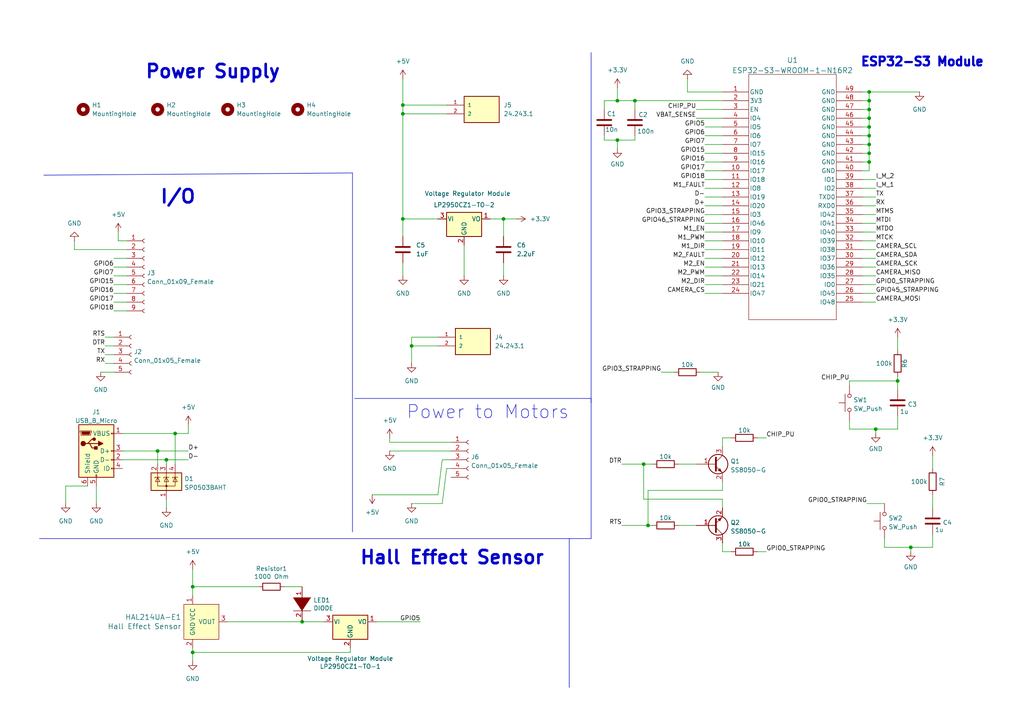
<source format=kicad_sch>
(kicad_sch (version 20231120) (generator "eeschema") (generator_version "8.0")
  (paper "A4")
  (lib_symbols
    (symbol "24.243.1:24.243.1" (pin_names (offset 1.016))
      (property "Reference" "J" (at 16.51 7.62 0))
      (property "Value" "24.243.1" (at 16.51 5.08 0))
      (symbol "24.243.1_0_0"
        (rectangle (start 5.08 -5.08) (end 15.24 2.54) (stroke (width 0.254)) (fill (type background)))
        (pin bidirectional line (at 0 0 0) (length 5.08) (name "1") (number "1"))
        (pin bidirectional line (at 0 -2.54 0) (length 5.08) (name "2") (number "2"))
      )
    )
    (symbol "Connector:Conn_01x05_Female" (pin_names (offset 1.016) hide)
      (property "Reference" "J" (at 0 7.62 0))
      (property "Value" "Conn_01x05_Female" (at 0 -7.62 0))
      (symbol "Conn_01x05_Female_1_1"
        (arc (start 0 -4.572) (mid -0.5058 -5.08) (end 0 -5.588) (stroke (width 0.1524)))
        (arc (start 0 -2.032) (mid -0.5058 -2.54) (end 0 -3.048) (stroke (width 0.1524)))
        (polyline (pts (xy -1.27 -5.08) (xy -0.508 -5.08)) (stroke (width 0.1524)))
        (polyline (pts (xy -1.27 -2.54) (xy -0.508 -2.54)) (stroke (width 0.1524)))
        (polyline (pts (xy -1.27 0) (xy -0.508 0)) (stroke (width 0.1524)))
        (polyline (pts (xy -1.27 2.54) (xy -0.508 2.54)) (stroke (width 0.1524)))
        (polyline (pts (xy -1.27 5.08) (xy -0.508 5.08)) (stroke (width 0.1524)))
        (arc (start 0 0.508) (mid -0.5058 0) (end 0 -0.508) (stroke (width 0.1524)))
        (arc (start 0 3.048) (mid -0.5058 2.54) (end 0 2.032) (stroke (width 0.1524)))
        (arc (start 0 5.588) (mid -0.5058 5.08) (end 0 4.572) (stroke (width 0.1524)))
        (pin passive line (at -5.08 5.08 0) (length 3.81) (name "Pin_1") (number "1"))
        (pin passive line (at -5.08 2.54 0) (length 3.81) (name "Pin_2") (number "2"))
        (pin passive line (at -5.08 0 0) (length 3.81) (name "Pin_3") (number "3"))
        (pin passive line (at -5.08 -2.54 0) (length 3.81) (name "Pin_4") (number "4"))
        (pin passive line (at -5.08 -5.08 0) (length 3.81) (name "Pin_5") (number "5"))
      )
    )
    (symbol "Connector:Conn_01x09_Female" (pin_names (offset 1.016) hide)
      (property "Reference" "J" (at 0 12.7 0))
      (property "Value" "Conn_01x09_Female" (at 0 -12.7 0))
      (symbol "Conn_01x09_Female_1_1"
        (arc (start 0 -9.652) (mid -0.5058 -10.16) (end 0 -10.668) (stroke (width 0.1524)))
        (arc (start 0 -7.112) (mid -0.5058 -7.62) (end 0 -8.128) (stroke (width 0.1524)))
        (arc (start 0 -4.572) (mid -0.5058 -5.08) (end 0 -5.588) (stroke (width 0.1524)))
        (arc (start 0 -2.032) (mid -0.5058 -2.54) (end 0 -3.048) (stroke (width 0.1524)))
        (polyline (pts (xy -1.27 -10.16) (xy -0.508 -10.16)) (stroke (width 0.1524)))
        (polyline (pts (xy -1.27 -7.62) (xy -0.508 -7.62)) (stroke (width 0.1524)))
        (polyline (pts (xy -1.27 -5.08) (xy -0.508 -5.08)) (stroke (width 0.1524)))
        (polyline (pts (xy -1.27 -2.54) (xy -0.508 -2.54)) (stroke (width 0.1524)))
        (polyline (pts (xy -1.27 0) (xy -0.508 0)) (stroke (width 0.1524)))
        (polyline (pts (xy -1.27 2.54) (xy -0.508 2.54)) (stroke (width 0.1524)))
        (polyline (pts (xy -1.27 5.08) (xy -0.508 5.08)) (stroke (width 0.1524)))
        (polyline (pts (xy -1.27 7.62) (xy -0.508 7.62)) (stroke (width 0.1524)))
        (polyline (pts (xy -1.27 10.16) (xy -0.508 10.16)) (stroke (width 0.1524)))
        (arc (start 0 0.508) (mid -0.5058 0) (end 0 -0.508) (stroke (width 0.1524)))
        (arc (start 0 3.048) (mid -0.5058 2.54) (end 0 2.032) (stroke (width 0.1524)))
        (arc (start 0 5.588) (mid -0.5058 5.08) (end 0 4.572) (stroke (width 0.1524)))
        (arc (start 0 8.128) (mid -0.5058 7.62) (end 0 7.112) (stroke (width 0.1524)))
        (arc (start 0 10.668) (mid -0.5058 10.16) (end 0 9.652) (stroke (width 0.1524)))
        (pin passive line (at -5.08 10.16 0) (length 3.81) (name "Pin_1") (number "1"))
        (pin passive line (at -5.08 7.62 0) (length 3.81) (name "Pin_2") (number "2"))
        (pin passive line (at -5.08 5.08 0) (length 3.81) (name "Pin_3") (number "3"))
        (pin passive line (at -5.08 2.54 0) (length 3.81) (name "Pin_4") (number "4"))
        (pin passive line (at -5.08 0 0) (length 3.81) (name "Pin_5") (number "5"))
        (pin passive line (at -5.08 -2.54 0) (length 3.81) (name "Pin_6") (number "6"))
        (pin passive line (at -5.08 -5.08 0) (length 3.81) (name "Pin_7") (number "7"))
        (pin passive line (at -5.08 -7.62 0) (length 3.81) (name "Pin_8") (number "8"))
        (pin passive line (at -5.08 -10.16 0) (length 3.81) (name "Pin_9") (number "9"))
      )
    )
    (symbol "Connector:USB_B_Micro" (pin_names (offset 1.016))
      (property "Reference" "J" (at -5.08 11.43 0))
      (property "Value" "USB_B_Micro" (at -5.08 8.89 0))
      (symbol "USB_B_Micro_0_1"
        (rectangle (start -5.08 -7.62) (end 5.08 7.62) (stroke (width 0.254)) (fill (type background)))
        (circle (center -3.81 2.159) (radius 0.635) (stroke (width 0.254)) (fill (type outline)))
        (circle (center -0.635 3.429) (radius 0.381) (stroke (width 0.254)) (fill (type outline)))
        (rectangle (start -0.127 -7.62) (end 0.127 -6.858))
        (polyline (pts (xy -1.905 2.159) (xy 0.635 2.159)) (stroke (width 0.254)))
        (polyline (pts (xy -3.175 2.159) (xy -2.54 2.159) (xy -1.27 3.429) (xy -0.635 3.429)) (stroke (width 0.254)))
        (polyline (pts (xy -2.54 2.159) (xy -1.905 2.159) (xy -1.27 0.889) (xy 0 0.889)) (stroke (width 0.254)))
        (polyline (pts (xy 0.635 2.794) (xy 0.635 1.524) (xy 1.905 2.159) (xy 0.635 2.794)) (stroke (width 0.254)) (fill (type outline)))
        (polyline (pts (xy -4.318 5.588) (xy -1.778 5.588) (xy -2.032 4.826) (xy -4.064 4.826) (xy -4.318 5.588)) (fill (type outline)))
        (polyline (pts (xy -4.699 5.842) (xy -4.699 5.588) (xy -4.445 4.826) (xy -4.445 4.572) (xy -1.651 4.572) (xy -1.651 4.826) (xy -1.397 5.588) (xy -1.397 5.842) (xy -4.699 5.842)))
        (rectangle (start 0.254 1.27) (end -0.508 0.508) (stroke (width 0.254)) (fill (type outline)))
        (rectangle (start 5.08 -5.207) (end 4.318 -4.953))
        (rectangle (start 5.08 -2.667) (end 4.318 -2.413))
        (rectangle (start 5.08 -0.127) (end 4.318 0.127))
        (rectangle (start 5.08 4.953) (end 4.318 5.207))
      )
      (symbol "USB_B_Micro_1_1"
        (pin power_out line (at 7.62 5.08 180) (length 2.54) (name "VBUS") (number "1"))
        (pin bidirectional line (at 7.62 -2.54 180) (length 2.54) (name "D-") (number "2"))
        (pin bidirectional line (at 7.62 0 180) (length 2.54) (name "D+") (number "3"))
        (pin passive line (at 7.62 -5.08 180) (length 2.54) (name "ID") (number "4"))
        (pin power_out line (at 0 -10.16 90) (length 2.54) (name "GND") (number "5"))
        (pin passive line (at -2.54 -10.16 90) (length 2.54) (name "Shield") (number "6"))
      )
    )
    (symbol "Device:C" (pin_numbers hide) (pin_names (offset 0.254))
      (property "Reference" "C" (at 0.635 2.54 0))
      (property "Value" "C" (at 0.635 -2.54 0))
      (symbol "C_0_1"
        (polyline (pts (xy -2.032 -0.762) (xy 2.032 -0.762)) (stroke (width 0.508)))
        (polyline (pts (xy -2.032 0.762) (xy 2.032 0.762)) (stroke (width 0.508)))
      )
      (symbol "C_1_1"
        (pin passive line (at 0 3.81 270) (length 2.794) (name "~") (number "1"))
        (pin passive line (at 0 -3.81 90) (length 2.794) (name "~") (number "2"))
      )
    )
    (symbol "Device:Q_NPN_BEC" (pin_names (offset 0) hide)
      (property "Reference" "Q" (at 5.08 1.27 0))
      (property "Value" "Q_NPN_BEC" (at 5.08 -1.27 0))
      (symbol "Q_NPN_BEC_0_1"
        (polyline (pts (xy 0.635 0.635) (xy 2.54 2.54)))
        (polyline (pts (xy 0.635 -0.635) (xy 2.54 -2.54) (xy 2.54 -2.54)))
        (polyline (pts (xy 0.635 1.905) (xy 0.635 -1.905) (xy 0.635 -1.905)) (stroke (width 0.508)))
        (polyline (pts (xy 1.27 -1.778) (xy 1.778 -1.27) (xy 2.286 -2.286) (xy 1.27 -1.778) (xy 1.27 -1.778)) (fill (type outline)))
        (circle (center 1.27 0) (radius 2.8194) (stroke (width 0.254)))
      )
      (symbol "Q_NPN_BEC_1_1"
        (pin input line (at -5.08 0 0) (length 5.715) (name "B") (number "1"))
        (pin passive line (at 2.54 -5.08 90) (length 2.54) (name "E") (number "2"))
        (pin passive line (at 2.54 5.08 270) (length 2.54) (name "C") (number "3"))
      )
    )
    (symbol "Device:R" (pin_numbers hide) (pin_names (offset 0))
      (property "Reference" "R" (at 2.032 0 90))
      (property "Value" "R" (at 0 0 90))
      (symbol "R_0_1"
        (rectangle (start -1.016 -2.54) (end 1.016 2.54) (stroke (width 0.254)))
      )
      (symbol "R_1_1"
        (pin passive line (at 0 3.81 270) (length 1.27) (name "~") (number "1"))
        (pin passive line (at 0 -3.81 90) (length 1.27) (name "~") (number "2"))
      )
    )
    (symbol "Mechanical:MountingHole" (pin_names (offset 1.016)) (exclude_from_sim yes) (in_bom no)
      (property "Reference" "H" (at 0 5.08 0))
      (property "Value" "MountingHole" (at 0 3.175 0))
      (symbol "MountingHole_0_1"
        (circle (center 0 0) (radius 1.27) (stroke (width 1.27)))
      )
    )
    (symbol "Power_Protection:SP0503BAHT" (pin_names hide)
      (property "Reference" "D" (at 5.715 2.54 0))
      (property "Value" "SP0503BAHT" (at 5.715 0.635 0))
      (symbol "SP0503BAHT_0_0"
        (pin passive line (at 0 -5.08 90) (length 2.54) (name "A") (number "1"))
      )
      (symbol "SP0503BAHT_0_1"
        (rectangle (start -4.445 2.54) (end 4.445 -2.54) (stroke (width 0.254)) (fill (type background)))
        (circle (center 0 -1.27) (radius 0.254) (fill (type outline)))
        (polyline (pts (xy -2.54 2.54) (xy -2.54 1.27)))
        (polyline (pts (xy 0 -1.27) (xy 0 -2.54)))
        (polyline (pts (xy 0 -1.27) (xy 0 1.27)))
        (polyline (pts (xy 0 2.54) (xy 0 1.27)))
        (polyline (pts (xy 0.635 1.27) (xy 0.762 1.27)))
        (polyline (pts (xy 2.54 2.54) (xy 2.54 1.27)))
        (polyline (pts (xy 0.635 1.27) (xy -0.762 1.27) (xy -0.762 1.016)))
        (polyline (pts (xy -3.302 1.016) (xy -3.302 1.27) (xy -1.905 1.27) (xy -1.778 1.27)))
        (polyline (pts (xy -2.54 1.27) (xy -2.54 -1.27) (xy 2.54 -1.27) (xy 2.54 1.27)))
        (polyline (pts (xy -2.54 1.27) (xy -1.905 0) (xy -3.175 0) (xy -2.54 1.27)))
        (polyline (pts (xy 0.635 0) (xy -0.635 0) (xy 0 1.27) (xy 0.635 0)))
        (polyline (pts (xy 1.778 1.016) (xy 1.778 1.27) (xy 3.175 1.27) (xy 3.302 1.27)))
        (polyline (pts (xy 2.54 1.27) (xy 1.905 0) (xy 3.175 0) (xy 2.54 1.27)))
      )
      (symbol "SP0503BAHT_1_1"
        (pin passive line (at -2.54 5.08 270) (length 2.54) (name "K") (number "2"))
        (pin passive line (at 0 5.08 270) (length 2.54) (name "K") (number "3"))
        (pin passive line (at 2.54 5.08 270) (length 2.54) (name "K") (number "4"))
      )
    )
    (symbol "Regulator_Linear:LP2950-3.3_TO92" (pin_names (offset 0.254))
      (property "Reference" "U" (at -3.81 3.175 0))
      (property "Value" "LP2950-3.3_TO92" (at 0 3.175 0))
      (symbol "LP2950-3.3_TO92_0_1"
        (rectangle (start -5.08 -5.08) (end 5.08 1.905) (stroke (width 0.254)) (fill (type background)))
      )
      (symbol "LP2950-3.3_TO92_1_1"
        (pin power_out line (at 7.62 0 180) (length 2.54) (name "VO") (number "1"))
        (pin power_in line (at 0 -7.62 90) (length 2.54) (name "GND") (number "2"))
        (pin power_in line (at -7.62 0 0) (length 2.54) (name "VI") (number "3"))
      )
    )
    (symbol "Switch:SW_Push" (pin_numbers hide) (pin_names (offset 1.016) hide)
      (property "Reference" "SW" (at 1.27 2.54 0))
      (property "Value" "SW_Push" (at 0 -1.524 0))
      (symbol "SW_Push_0_1"
        (circle (center -2.032 0) (radius 0.508))
        (polyline (pts (xy 0 1.27) (xy 0 3.048)))
        (polyline (pts (xy 2.54 1.27) (xy -2.54 1.27)))
        (circle (center 2.032 0) (radius 0.508))
        (pin passive line (at -5.08 0 0) (length 2.54) (name "1") (number "1"))
        (pin passive line (at 5.08 0 180) (length 2.54) (name "2") (number "2"))
      )
    )
    (symbol "basic:C" (pin_numbers hide) (pin_names (offset 0.254))
      (property "Reference" "C" (at 0.635 2.54 0))
      (symbol "C_0_1"
        (polyline (pts (xy -2.032 -0.762) (xy 2.032 -0.762)) (stroke (width 0.508)))
        (polyline (pts (xy -2.032 0.762) (xy 2.032 0.762)) (stroke (width 0.508)))
      )
      (symbol "C_1_1"
        (pin passive line (at 0 3.81 270) (length 2.794) (name "~") (number "1"))
        (pin passive line (at 0 -3.81 90) (length 2.794) (name "~") (number "2"))
      )
    )
    (symbol "basic:R" (pin_numbers hide) (pin_names (offset 0))
      (property "Value" "R" (at 0 0 90))
      (symbol "R_0_1"
        (rectangle (start -1.016 -2.54) (end 1.016 2.54) (stroke (width 0.254)))
      )
      (symbol "R_1_1"
        (pin passive line (at 0 3.81 270) (length 1.27) (name "~") (number "1"))
        (pin passive line (at 0 -3.81 90) (length 1.27) (name "~") (number "2"))
      )
    )
    (symbol "dk_Magnetic-Sensors-Linear-Compass-ICs:A1326LUA-T" (pin_names (offset 1.016))
      (property "Reference" "U" (at -3.81 8.89 0))
      (property "Value" "dk_Magnetic-Sensors-Linear-Compass-ICs_A1326LUA-T" (at 2.54 -7.62 0))
      (symbol "A1326LUA-T_0_1"
        (rectangle (start 7.62 5.08) (end -2.54 -5.08) (fill (type background)))
      )
      (symbol "A1326LUA-T_1_1"
        (pin power_in line (at 0 7.62 270) (length 2.54) (name "VCC") (number "1"))
        (pin power_in line (at 0 -7.62 90) (length 2.54) (name "GND") (number "2"))
        (pin output line (at 10.16 0 180) (length 2.54) (name "VOUT") (number "3"))
      )
    )
    (symbol "local_symbols:ESP32-S3-WROOM-1-N16R2" (pin_names (offset 0.254))
      (property "Reference" "U" (at 20.32 10.16 0))
      (property "Value" "ESP32-S3-WROOM-1-N16R2" (at 20.32 7.62 0))
      (symbol "ESP32-S3-WROOM-1-N16R2_0_1"
        (polyline (pts (xy 7.62 -66.04) (xy 33.02 -66.04)) (stroke (width 0.127)))
        (polyline (pts (xy 7.62 5.08) (xy 7.62 -66.04)) (stroke (width 0.127)))
        (polyline (pts (xy 33.02 -66.04) (xy 33.02 5.08)) (stroke (width 0.127)))
        (polyline (pts (xy 33.02 5.08) (xy 7.62 5.08)) (stroke (width 0.127)))
        (pin power_out line (at 0 0 0) (length 7.62) (name "GND") (number "1"))
        (pin bidirectional line (at 0 -22.86 0) (length 7.62) (name "IO17") (number "10"))
        (pin bidirectional line (at 0 -25.4 0) (length 7.62) (name "IO18") (number "11"))
        (pin bidirectional line (at 0 -27.94 0) (length 7.62) (name "IO8") (number "12"))
        (pin bidirectional line (at 0 -30.48 0) (length 7.62) (name "IO19") (number "13"))
        (pin bidirectional line (at 0 -33.02 0) (length 7.62) (name "IO20") (number "14"))
        (pin bidirectional line (at 0 -35.56 0) (length 7.62) (name "IO3") (number "15"))
        (pin bidirectional line (at 0 -38.1 0) (length 7.62) (name "IO46") (number "16"))
        (pin bidirectional line (at 0 -40.64 0) (length 7.62) (name "IO9") (number "17"))
        (pin bidirectional line (at 0 -43.18 0) (length 7.62) (name "IO10") (number "18"))
        (pin bidirectional line (at 0 -45.72 0) (length 7.62) (name "IO11") (number "19"))
        (pin power_in line (at 0 -2.54 0) (length 7.62) (name "3V3") (number "2"))
        (pin bidirectional line (at 0 -48.26 0) (length 7.62) (name "IO12") (number "20"))
        (pin bidirectional line (at 0 -50.8 0) (length 7.62) (name "IO13") (number "21"))
        (pin bidirectional line (at 0 -53.34 0) (length 7.62) (name "IO14") (number "22"))
        (pin bidirectional line (at 0 -55.88 0) (length 7.62) (name "IO21") (number "23"))
        (pin bidirectional line (at 0 -58.42 0) (length 7.62) (name "IO47") (number "24"))
        (pin bidirectional line (at 40.64 -60.96 180) (length 7.62) (name "IO48") (number "25"))
        (pin bidirectional line (at 40.64 -58.42 180) (length 7.62) (name "IO45") (number "26"))
        (pin bidirectional line (at 40.64 -55.88 180) (length 7.62) (name "IO0") (number "27"))
        (pin bidirectional line (at 40.64 -53.34 180) (length 7.62) (name "IO35") (number "28"))
        (pin bidirectional line (at 40.64 -50.8 180) (length 7.62) (name "IO36") (number "29"))
        (pin input line (at 0 -5.08 0) (length 7.62) (name "EN") (number "3"))
        (pin bidirectional line (at 40.64 -48.26 180) (length 7.62) (name "IO37") (number "30"))
        (pin bidirectional line (at 40.64 -45.72 180) (length 7.62) (name "IO38") (number "31"))
        (pin bidirectional line (at 40.64 -43.18 180) (length 7.62) (name "IO39") (number "32"))
        (pin bidirectional line (at 40.64 -40.64 180) (length 7.62) (name "IO40") (number "33"))
        (pin bidirectional line (at 40.64 -38.1 180) (length 7.62) (name "IO41") (number "34"))
        (pin bidirectional line (at 40.64 -35.56 180) (length 7.62) (name "IO42") (number "35"))
        (pin bidirectional line (at 40.64 -33.02 180) (length 7.62) (name "RXD0") (number "36"))
        (pin bidirectional line (at 40.64 -30.48 180) (length 7.62) (name "TXD0") (number "37"))
        (pin bidirectional line (at 40.64 -27.94 180) (length 7.62) (name "IO2") (number "38"))
        (pin bidirectional line (at 40.64 -25.4 180) (length 7.62) (name "IO1") (number "39"))
        (pin bidirectional line (at 0 -7.62 0) (length 7.62) (name "IO4") (number "4"))
        (pin power_out line (at 40.64 -22.86 180) (length 7.62) (name "GND") (number "40"))
        (pin power_out line (at 40.64 -20.32 180) (length 7.62) (name "GND") (number "41"))
        (pin power_out line (at 40.64 -17.78 180) (length 7.62) (name "GND") (number "42"))
        (pin power_out line (at 40.64 -15.24 180) (length 7.62) (name "GND") (number "43"))
        (pin power_out line (at 40.64 -12.7 180) (length 7.62) (name "GND") (number "44"))
        (pin power_out line (at 40.64 -10.16 180) (length 7.62) (name "GND") (number "45"))
        (pin power_out line (at 40.64 -7.62 180) (length 7.62) (name "GND") (number "46"))
        (pin power_out line (at 40.64 -5.08 180) (length 7.62) (name "GND") (number "47"))
        (pin power_out line (at 40.64 -2.54 180) (length 7.62) (name "GND") (number "48"))
        (pin power_out line (at 40.64 0 180) (length 7.62) (name "GND") (number "49"))
        (pin bidirectional line (at 0 -10.16 0) (length 7.62) (name "IO5") (number "5"))
        (pin bidirectional line (at 0 -12.7 0) (length 7.62) (name "IO6") (number "6"))
        (pin bidirectional line (at 0 -15.24 0) (length 7.62) (name "IO7") (number "7"))
        (pin bidirectional line (at 0 -17.78 0) (length 7.62) (name "IO15") (number "8"))
        (pin bidirectional line (at 0 -20.32 0) (length 7.62) (name "IO16") (number "9"))
      )
    )
    (symbol "power:+3.3V" (power) (pin_numbers hide) (pin_names (offset 0) hide)
      (property "Value" "+3.3V" (at 0 3.556 0))
      (symbol "+3.3V_0_1"
        (polyline (pts (xy -0.762 1.27) (xy 0 2.54)))
        (polyline (pts (xy 0 0) (xy 0 2.54)))
        (polyline (pts (xy 0 2.54) (xy 0.762 1.27)))
      )
      (symbol "+3.3V_1_1"
        (pin power_in line (at 0 0 90) (length 0) (name "~") (number "1"))
      )
    )
    (symbol "power:+5V" (power) (pin_numbers hide) (pin_names (offset 0) hide)
      (property "Value" "+5V" (at 0 3.556 0))
      (symbol "+5V_0_1"
        (polyline (pts (xy -0.762 1.27) (xy 0 2.54)))
        (polyline (pts (xy 0 0) (xy 0 2.54)))
        (polyline (pts (xy 0 2.54) (xy 0.762 1.27)))
      )
      (symbol "+5V_1_1"
        (pin power_in line (at 0 0 90) (length 0) (name "~") (number "1"))
      )
    )
    (symbol "power:GND" (power) (pin_numbers hide) (pin_names (offset 0) hide)
      (property "Value" "GND" (at 0 -3.81 0))
      (symbol "GND_0_1"
        (polyline (pts (xy 0 0) (xy 0 -1.27) (xy 1.27 -1.27) (xy 0 -2.54) (xy -1.27 -1.27) (xy 0 -1.27)))
      )
      (symbol "GND_1_1"
        (pin power_in line (at 0 0 270) (length 0) (name "~") (number "1"))
      )
    )
    (symbol "pspice:DIODE" (pin_names (offset 1.016) hide)
      (property "Reference" "D" (at 0 3.81 0))
      (property "Value" "pspice_DIODE" (at 0 -4.445 0))
      (symbol "DIODE_0_1"
        (polyline (pts (xy 1.905 2.54) (xy 1.905 -2.54)))
        (polyline (pts (xy -1.905 2.54) (xy -1.905 -2.54) (xy 1.905 0)) (fill (type outline)))
      )
      (symbol "DIODE_1_1"
        (pin input line (at -5.08 0 0) (length 3.81) (name "K") (number "1"))
        (pin input line (at 5.08 0 180) (length 3.81) (name "A") (number "2"))
      )
    )
  )
  (junction (at 87.63 180.34))
  (junction (at 252.095 31.75))
  (junction (at 252.095 26.67))
  (junction (at 184.15 29.21))
  (junction (at 146.05 63.5))
  (junction (at 45.72 130.81))
  (junction (at 179.07 40.64))
  (junction (at 264.16 158.75))
  (junction (at 252.095 29.21))
  (junction (at 252.095 41.91))
  (junction (at 179.07 29.21))
  (junction (at 48.26 133.35))
  (junction (at 55.88 189.23))
  (junction (at 116.84 33.02))
  (junction (at 55.88 170.18))
  (junction (at 260.35 110.49))
  (junction (at 252.095 39.37))
  (junction (at 50.8 125.73))
  (junction (at 252.095 36.83))
  (junction (at 119.38 100.33))
  (junction (at 187.96 152.4))
  (junction (at 252.095 44.45))
  (junction (at 254 124.46))
  (junction (at 116.84 30.48))
  (junction (at 252.095 34.29))
  (junction (at 252.095 46.99))
  (junction (at 186.69 134.62))
  (junction (at 116.84 63.5))
  (wire (pts (xy 209.55 142.24) (xy 187.96 142.24)))
  (wire (pts (xy 250.19 49.53) (xy 252.095 49.53)))
  (wire (pts (xy 204.47 54.61) (xy 209.55 54.61)))
  (wire (pts (xy 204.47 77.47) (xy 209.55 77.47)))
  (polyline (pts (xy 165.1 156.21) (xy 171.45 156.21)))
  (wire (pts (xy 252.095 46.99) (xy 252.095 44.45)))
  (wire (pts (xy 209.55 147.32) (xy 209.55 144.78)))
  (wire (pts (xy 187.96 142.24) (xy 187.96 152.4)))
  (wire (pts (xy 107.95 143.51) (xy 127 143.51)))
  (wire (pts (xy 33.02 80.01) (xy 36.83 80.01)))
  (wire (pts (xy 250.19 52.07) (xy 254 52.07)))
  (wire (pts (xy 204.47 39.37) (xy 209.55 39.37)))
  (wire (pts (xy 204.47 80.01) (xy 209.55 80.01)))
  (wire (pts (xy 256.54 156.21) (xy 256.54 158.75)))
  (wire (pts (xy 175.26 29.21) (xy 179.07 29.21)))
  (wire (pts (xy 246.38 124.46) (xy 254 124.46)))
  (polyline (pts (xy 102.87 115.57) (xy 171.45 115.57)))
  (wire (pts (xy 45.72 130.81) (xy 45.72 134.62)))
  (wire (pts (xy 250.19 57.15) (xy 254 57.15)))
  (wire (pts (xy 204.47 62.23) (xy 209.55 62.23)))
  (wire (pts (xy 250.19 72.39) (xy 254 72.39)))
  (wire (pts (xy 204.47 46.99) (xy 209.55 46.99)))
  (wire (pts (xy 50.8 125.73) (xy 50.8 134.62)))
  (wire (pts (xy 116.84 30.48) (xy 116.84 33.02)))
  (wire (pts (xy 179.07 40.64) (xy 184.15 40.64)))
  (wire (pts (xy 199.39 26.67) (xy 209.55 26.67)))
  (wire (pts (xy 209.55 139.7) (xy 209.55 142.24)))
  (polyline (pts (xy 171.45 15.24) (xy 171.45 156.21)))
  (wire (pts (xy 204.47 85.09) (xy 209.55 85.09)))
  (wire (pts (xy 204.47 59.69) (xy 209.55 59.69)))
  (wire (pts (xy 196.85 152.4) (xy 201.93 152.4)))
  (wire (pts (xy 87.63 180.34) (xy 93.98 180.34)))
  (wire (pts (xy 209.55 127) (xy 209.55 129.54)))
  (wire (pts (xy 250.19 26.67) (xy 252.095 26.67)))
  (wire (pts (xy 113.03 130.81) (xy 130.81 130.81)))
  (wire (pts (xy 184.15 39.37) (xy 184.15 40.64)))
  (wire (pts (xy 45.72 130.81) (xy 54.61 130.81)))
  (wire (pts (xy 109.22 180.34) (xy 121.92 180.34)))
  (wire (pts (xy 116.84 30.48) (xy 129.54 30.48)))
  (wire (pts (xy 33.02 90.17) (xy 36.83 90.17)))
  (wire (pts (xy 212.09 127) (xy 209.55 127)))
  (wire (pts (xy 30.48 97.79) (xy 33.02 97.79)))
  (wire (pts (xy 55.88 170.18) (xy 55.88 172.72)))
  (wire (pts (xy 116.84 22.86) (xy 116.84 30.48)))
  (wire (pts (xy 204.47 74.93) (xy 209.55 74.93)))
  (wire (pts (xy 55.88 189.23) (xy 101.6 189.23)))
  (wire (pts (xy 101.6 189.23) (xy 101.6 187.96)))
  (wire (pts (xy 252.095 49.53) (xy 252.095 46.99)))
  (wire (pts (xy 199.39 22.86) (xy 199.39 26.67)))
  (wire (pts (xy 252.095 26.67) (xy 252.095 29.21)))
  (wire (pts (xy 260.35 109.22) (xy 260.35 110.49)))
  (wire (pts (xy 264.16 158.75) (xy 264.16 160.02)))
  (wire (pts (xy 55.88 165.1) (xy 55.88 170.18)))
  (wire (pts (xy 250.19 80.01) (xy 254 80.01)))
  (polyline (pts (xy 11.43 156.21) (xy 165.1 156.21)))
  (wire (pts (xy 250.19 64.77) (xy 254 64.77)))
  (wire (pts (xy 127 97.79) (xy 119.38 97.79)))
  (wire (pts (xy 55.88 189.23) (xy 55.88 191.77)))
  (wire (pts (xy 270.51 158.75) (xy 264.16 158.75)))
  (wire (pts (xy 246.38 110.49) (xy 260.35 110.49)))
  (wire (pts (xy 209.55 144.78) (xy 186.69 144.78)))
  (wire (pts (xy 34.29 69.85) (xy 36.83 69.85)))
  (wire (pts (xy 134.62 71.12) (xy 134.62 80.01)))
  (wire (pts (xy 250.19 67.31) (xy 254 67.31)))
  (wire (pts (xy 204.47 52.07) (xy 209.55 52.07)))
  (wire (pts (xy 196.85 134.62) (xy 201.93 134.62)))
  (wire (pts (xy 50.8 125.73) (xy 54.61 125.73)))
  (wire (pts (xy 186.69 144.78) (xy 186.69 134.62)))
  (wire (pts (xy 48.26 133.35) (xy 48.26 134.62)))
  (wire (pts (xy 250.19 77.47) (xy 254 77.47)))
  (wire (pts (xy 142.24 63.5) (xy 146.05 63.5)))
  (wire (pts (xy 146.05 63.5) (xy 149.86 63.5)))
  (wire (pts (xy 246.38 121.92) (xy 246.38 124.46)))
  (wire (pts (xy 204.47 36.83) (xy 209.55 36.83)))
  (wire (pts (xy 256.54 158.75) (xy 264.16 158.75)))
  (wire (pts (xy 250.19 41.91) (xy 252.095 41.91)))
  (wire (pts (xy 252.095 39.37) (xy 252.095 36.83)))
  (wire (pts (xy 119.38 97.79) (xy 119.38 100.33)))
  (wire (pts (xy 35.56 133.35) (xy 48.26 133.35)))
  (wire (pts (xy 33.02 85.09) (xy 36.83 85.09)))
  (wire (pts (xy 175.26 31.75) (xy 175.26 29.21)))
  (wire (pts (xy 252.095 34.29) (xy 252.095 31.75)))
  (polyline (pts (xy 165.1 156.21) (xy 165.1 199.39)))
  (wire (pts (xy 250.19 85.09) (xy 254 85.09)))
  (wire (pts (xy 260.35 120.65) (xy 260.35 124.46)))
  (wire (pts (xy 184.15 29.21) (xy 209.55 29.21)))
  (wire (pts (xy 119.38 100.33) (xy 119.38 105.41)))
  (wire (pts (xy 250.19 39.37) (xy 252.095 39.37)))
  (wire (pts (xy 179.07 29.21) (xy 184.15 29.21)))
  (wire (pts (xy 130.81 133.35) (xy 128.27 133.35)))
  (wire (pts (xy 116.84 63.5) (xy 127 63.5)))
  (wire (pts (xy 55.88 170.18) (xy 74.93 170.18)))
  (wire (pts (xy 30.48 100.33) (xy 33.02 100.33)))
  (wire (pts (xy 270.51 132.08) (xy 270.51 135.89)))
  (wire (pts (xy 180.34 134.62) (xy 186.69 134.62)))
  (wire (pts (xy 203.2 107.95) (xy 208.28 107.95)))
  (wire (pts (xy 55.88 187.96) (xy 55.88 189.23)))
  (wire (pts (xy 33.02 82.55) (xy 36.83 82.55)))
  (wire (pts (xy 175.26 39.37) (xy 175.26 40.64)))
  (wire (pts (xy 128.27 146.05) (xy 119.38 146.05)))
  (wire (pts (xy 252.095 41.91) (xy 252.095 39.37)))
  (wire (pts (xy 260.35 124.46) (xy 254 124.46)))
  (wire (pts (xy 270.51 154.94) (xy 270.51 158.75)))
  (wire (pts (xy 246.38 111.76) (xy 246.38 110.49)))
  (wire (pts (xy 179.07 25.4) (xy 179.07 29.21)))
  (wire (pts (xy 33.02 87.63) (xy 36.83 87.63)))
  (wire (pts (xy 146.05 63.5) (xy 146.05 68.58)))
  (wire (pts (xy 250.19 87.63) (xy 254 87.63)))
  (wire (pts (xy 201.93 31.75) (xy 209.55 31.75)))
  (wire (pts (xy 48.26 133.35) (xy 54.61 133.35)))
  (wire (pts (xy 250.19 74.93) (xy 254 74.93)))
  (wire (pts (xy 204.47 49.53) (xy 209.55 49.53)))
  (wire (pts (xy 250.19 31.75) (xy 252.095 31.75)))
  (wire (pts (xy 184.15 29.21) (xy 184.15 31.75)))
  (wire (pts (xy 175.26 40.64) (xy 179.07 40.64)))
  (wire (pts (xy 129.54 135.89) (xy 128.27 146.05)))
  (wire (pts (xy 186.69 134.62) (xy 189.23 134.62)))
  (wire (pts (xy 252.095 31.75) (xy 252.095 29.21)))
  (polyline (pts (xy 102.235 50.165) (xy 102.235 154.305)))
  (wire (pts (xy 270.51 143.51) (xy 270.51 147.32)))
  (wire (pts (xy 209.55 157.48) (xy 209.55 160.02)))
  (wire (pts (xy 219.71 127) (xy 222.25 127)))
  (wire (pts (xy 27.94 140.97) (xy 27.94 146.05)))
  (wire (pts (xy 35.56 130.81) (xy 45.72 130.81)))
  (wire (pts (xy 116.84 63.5) (xy 116.84 68.58)))
  (wire (pts (xy 130.81 135.89) (xy 129.54 135.89)))
  (wire (pts (xy 33.02 77.47) (xy 36.83 77.47)))
  (wire (pts (xy 35.56 125.73) (xy 50.8 125.73)))
  (wire (pts (xy 179.07 40.64) (xy 179.07 43.18)))
  (wire (pts (xy 180.34 152.4) (xy 187.96 152.4)))
  (wire (pts (xy 201.93 34.29) (xy 209.55 34.29)))
  (wire (pts (xy 260.35 110.49) (xy 260.35 113.03)))
  (wire (pts (xy 219.71 160.02) (xy 222.25 160.02)))
  (wire (pts (xy 82.55 170.18) (xy 87.63 170.18)))
  (wire (pts (xy 250.19 69.85) (xy 254 69.85)))
  (wire (pts (xy 48.26 144.78) (xy 48.26 147.32)))
  (wire (pts (xy 250.19 44.45) (xy 252.095 44.45)))
  (polyline (pts (xy 12.7 50.8) (xy 102.235 50.165)))
  (wire (pts (xy 146.05 76.2) (xy 146.05 80.01)))
  (wire (pts (xy 113.03 128.27) (xy 113.03 127)))
  (wire (pts (xy 252.095 29.21) (xy 250.19 29.21)))
  (wire (pts (xy 19.05 140.97) (xy 25.4 140.97)))
  (wire (pts (xy 21.59 69.85) (xy 21.59 72.39)))
  (wire (pts (xy 250.19 34.29) (xy 252.095 34.29)))
  (wire (pts (xy 260.35 97.79) (xy 260.35 101.6)))
  (wire (pts (xy 251.46 146.05) (xy 256.54 146.05)))
  (wire (pts (xy 34.29 67.31) (xy 34.29 69.85)))
  (wire (pts (xy 21.59 72.39) (xy 36.83 72.39)))
  (wire (pts (xy 30.48 102.87) (xy 33.02 102.87)))
  (wire (pts (xy 54.61 123.19) (xy 54.61 125.73)))
  (wire (pts (xy 204.47 44.45) (xy 209.55 44.45)))
  (wire (pts (xy 30.48 105.41) (xy 33.02 105.41)))
  (wire (pts (xy 250.19 82.55) (xy 254 82.55)))
  (wire (pts (xy 250.19 36.83) (xy 252.095 36.83)))
  (wire (pts (xy 250.19 62.23) (xy 254 62.23)))
  (wire (pts (xy 113.03 128.27) (xy 130.81 128.27)))
  (wire (pts (xy 191.77 107.95) (xy 195.58 107.95)))
  (wire (pts (xy 66.04 180.34) (xy 87.63 180.34)))
  (wire (pts (xy 252.095 26.67) (xy 266.7 26.67)))
  (wire (pts (xy 128.27 133.35) (xy 127 143.51)))
  (wire (pts (xy 204.47 64.77) (xy 209.55 64.77)))
  (wire (pts (xy 204.47 67.31) (xy 209.55 67.31)))
  (wire (pts (xy 33.02 107.95) (xy 29.21 107.95)))
  (wire (pts (xy 116.84 80.01) (xy 116.84 76.2)))
  (wire (pts (xy 19.05 140.97) (xy 19.05 146.05)))
  (wire (pts (xy 250.19 46.99) (xy 252.095 46.99)))
  (wire (pts (xy 187.96 152.4) (xy 189.23 152.4)))
  (wire (pts (xy 204.47 41.91) (xy 209.55 41.91)))
  (wire (pts (xy 254 124.46) (xy 254 125.73)))
  (wire (pts (xy 209.55 160.02) (xy 212.09 160.02)))
  (wire (pts (xy 252.095 44.45) (xy 252.095 41.91)))
  (wire (pts (xy 116.84 33.02) (xy 129.54 33.02)))
  (polyline (pts (xy 171.45 115.57) (xy 171.45 116.84)))
  (wire (pts (xy 250.19 59.69) (xy 254 59.69)))
  (wire (pts (xy 127 100.33) (xy 119.38 100.33)))
  (wire (pts (xy 204.47 69.85) (xy 209.55 69.85)))
  (wire (pts (xy 252.095 36.83) (xy 252.095 34.29)))
  (wire (pts (xy 204.47 72.39) (xy 209.55 72.39)))
  (wire (pts (xy 33.02 74.93) (xy 36.83 74.93)))
  (wire (pts (xy 116.84 33.02) (xy 116.84 63.5)))
  (wire (pts (xy 204.47 57.15) (xy 209.55 57.15)))
  (wire (pts (xy 250.19 54.61) (xy 254 54.61)))
  (wire (pts (xy 204.47 82.55) (xy 209.55 82.55)))
  (text "Hall Effect Sensor" (at 104.14 164.084 0) (effects (font (size 3.81 3.81) (thickness 0.762) (bold yes)) (justify left bottom)))
  (text "ESP32-S3 Module" (at 249.428 19.558 0) (effects (font (size 2.54 2.54) (thickness 0.762) (bold yes)) (justify left bottom)))
  (text "Power to Motors" (at 141.478 119.634 0) (effects (font (size 3.81 3.81))))
  (text "Power Supply\n" (at 41.91 23.114 0) (effects (font (size 3.81 3.81) (thickness 0.762) (bold yes)) (justify left bottom)))
  (text "I/O" (at 46.228 59.436 0) (effects (font (size 3.81 3.81) (thickness 0.762) (bold yes)) (justify left bottom)))
  (label "I_M_1" (at 254 54.61 0))
  (label "MTMS" (at 254 62.23 0))
  (label "CAMERA_SDA" (at 254 74.93 0))
  (label "CAMERA_MOSI" (at 254 87.63 0))
  (label "RX" (at 30.48 105.41 180))
  (label "D-" (at 54.61 133.35 0))
  (label "I_M_2" (at 254 52.07 0))
  (label "GPIO5" (at 121.92 180.34 180))
  (label "M2_DIR" (at 204.47 82.55 180))
  (label "D-" (at 204.47 57.15 180))
  (label "GPIO0_STRAPPING" (at 254 82.55 0))
  (label "D+" (at 204.47 59.69 180))
  (label "RX" (at 254 59.69 0))
  (label "GPIO5" (at 204.47 36.83 180))
  (label "D+" (at 54.61 130.81 0))
  (label "CAMERA_CS" (at 204.47 85.09 180))
  (label "GPIO3_STRAPPING" (at 191.77 107.95 180))
  (label "TX" (at 254 57.15 0))
  (label "GPIO17" (at 33.02 87.63 180))
  (label "MTCK" (at 254 69.85 0))
  (label "GPIO16" (at 33.02 85.09 180))
  (label "GPIO17" (at 204.47 49.53 180))
  (label "M2_PWM" (at 204.47 80.01 180))
  (label "M1_EN" (at 204.47 67.31 180))
  (label "M1_DIR" (at 204.47 72.39 180))
  (label "GPIO3_STRAPPING" (at 204.47 62.23 180))
  (label "GPIO0_STRAPPING" (at 222.25 160.02 0))
  (label "GPIO6" (at 204.47 39.37 180))
  (label "MTDO" (at 254 67.31 0))
  (label "MTDI" (at 254 64.77 0))
  (label "GPIO46_STRAPPING" (at 204.47 64.77 180))
  (label "M1_PWM" (at 204.47 69.85 180))
  (label "M2_FAULT" (at 204.47 74.93 180))
  (label "RTS" (at 180.34 152.4 180))
  (label "TX" (at 30.48 102.87 180))
  (label "CAMERA_MISO" (at 254 80.01 0))
  (label "CHIP_PU" (at 222.25 127 0))
  (label "DTR" (at 180.34 134.62 180))
  (label "CAMERA_SCK" (at 254 77.47 0))
  (label "GPIO6" (at 33.02 77.47 180))
  (label "CAMERA_SCL" (at 254 72.39 0))
  (label "GPIO0_STRAPPING" (at 251.46 146.05 180))
  (label "GPIO45_STRAPPING" (at 254 85.09 0))
  (label "GPIO7" (at 204.47 41.91 180))
  (label "GPIO15" (at 204.47 44.45 180))
  (label "GPIO7" (at 33.02 80.01 180))
  (label "GPIO18" (at 33.02 90.17 180))
  (label "CHIP_PU" (at 246.38 110.49 180))
  (label "GPIO18" (at 204.47 52.07 180))
  (label "M2_EN" (at 204.47 77.47 180))
  (label "GPIO16" (at 204.47 46.99 180))
  (label "DTR" (at 30.48 100.33 180))
  (label "GPIO15" (at 33.02 82.55 180))
  (label "M1_FAULT" (at 204.47 54.61 180))
  (label "CHIP_PU" (at 201.93 31.75 180))
  (label "VBAT_SENSE" (at 201.93 34.29 180))
  (label "RTS" (at 30.48 97.79 180))
  (symbol (lib_id "Device:C") (at 175.26 35.56 0) (unit 1)
    (property "Reference" "C1" (at 176.022 33.02 0) (effects (justify left)))
    (property "Value" "10n" (at 175.514 37.592 0) (effects (justify left)))
    (property "Footprint" "Capacitor_SMD:C_0805_2012Metric" (effects (hide yes)))
    (property "Description" "Unpolarized capacitor" (effects (hide yes)))
  )
  (symbol (lib_id "power:GND") (at 55.88 191.77 0) (unit 1)
    (property "Reference" "#PWR020" (effects (hide yes)))
    (property "Value" "GND" (at 55.88 196.85 0))
    (property "Description" "Power symbol creates a global label with name \"GND\" , ground" (effects (hide yes)))
  )
  (symbol (lib_id "power:GND") (at 208.28 107.95 0) (unit 1)
    (property "Reference" "#PWR024" (effects (hide yes)))
    (property "Value" "GND" (at 208.28 112.3934 0))
  )
  (symbol (lib_id "pspice:DIODE") (at 87.63 175.26 270) (unit 1)
    (property "Reference" "LED1" (at 90.8812 174.0916 90) (effects (justify left)))
    (property "Value" "DIODE" (at 90.8812 176.403 90) (effects (justify left)))
    (property "Footprint" "digikey-footprints:LED_5mm_Radial" (effects (hide yes)))
  )
  (symbol (lib_id "basic:R") (at 215.9 160.02 90) (unit 1)
    (property "Reference" "R5" (effects (hide yes)))
    (property "Value" "10k" (at 215.9 157.8412 90))
    (property "Footprint" "Resistor_SMD:R_0805_2012Metric" (effects (hide yes)))
  )
  (symbol (lib_id "power:GND") (at 119.38 105.41 0) (unit 1)
    (property "Reference" "#PWR02" (effects (hide yes)))
    (property "Value" "GND" (at 119.38 110.49 0))
    (property "Description" "Power symbol creates a global label with name \"GND\" , ground" (effects (hide yes)))
  )
  (symbol (lib_id "basic:C") (at 270.51 151.13 0) (unit 1)
    (property "Reference" "C4" (at 273.431 151.5638 0) (effects (justify left)))
    (property "Value" "1u" (at 271.145 153.67 0) (effects (justify left)))
    (property "Footprint" "Capacitor_SMD:C_0805_2012Metric" (effects (hide yes)))
  )
  (symbol (lib_id "power:+5V") (at 107.95 143.51 180) (unit 1)
    (property "Reference" "#PWR017" (effects (hide yes)))
    (property "Value" "+5V" (at 107.95 148.59 0))
    (property "Description" "Power symbol creates a global label with name \"+5V\"" (effects (hide yes)))
  )
  (symbol (lib_id "power:GND") (at 19.05 146.05 0) (unit 1)
    (property "Reference" "#PWR012" (effects (hide yes)))
    (property "Value" "GND" (at 19.05 151.13 0))
    (property "Description" "Power symbol creates a global label with name \"GND\" , ground" (effects (hide yes)))
  )
  (symbol (lib_id "power:GND") (at 116.84 80.01 0) (unit 1)
    (property "Reference" "#PWR06" (effects (hide yes)))
    (property "Value" "GND" (at 116.84 85.09 0))
    (property "Description" "Power symbol creates a global label with name \"GND\" , ground" (effects (hide yes)))
  )
  (symbol (lib_id "Regulator_Linear:LP2950-3.3_TO92") (at 101.6 180.34 0) (unit 1)
    (property "Reference" "LP2950CZ1-TO-1" (at 101.6 193.294 0))
    (property "Value" "Voltage Regulator Module" (at 101.6 191.008 0))
    (property "Footprint" "digikey-footprints:TO-92-3" (effects (hide yes)))
    (property "Datasheet" "http://www.ti.com/lit/ds/symlink/lp2950-n.pdf" (effects (hide yes)))
  )
  (symbol (lib_id "basic:R") (at 193.04 152.4 90) (unit 1)
    (property "Reference" "R2" (effects (hide yes)))
    (property "Value" "10k" (at 193.04 150.2212 90))
    (property "Footprint" "Resistor_SMD:R_0805_2012Metric" (effects (hide yes)))
  )
  (symbol (lib_id "basic:C") (at 260.35 116.84 0) (unit 1)
    (property "Reference" "C3" (at 263.271 117.2738 0) (effects (justify left)))
    (property "Value" "1u" (at 260.985 119.38 0) (effects (justify left)))
    (property "Footprint" "Capacitor_SMD:C_0805_2012Metric" (effects (hide yes)))
  )
  (symbol (lib_id "power:GND") (at 48.26 147.32 0) (unit 1)
    (property "Reference" "#PWR014" (effects (hide yes)))
    (property "Value" "GND" (at 48.26 152.4 0))
    (property "Description" "Power symbol creates a global label with name \"GND\" , ground" (effects (hide yes)))
  )
  (symbol (lib_id "Connector:Conn_01x05_Female") (at 135.89 133.35 0) (unit 1)
    (property "Reference" "J6" (at 136.6012 132.5153 0) (effects (justify left)))
    (property "Value" "Conn_01x05_Female" (at 136.6012 135.0522 0) (effects (justify left)))
    (property "Footprint" "Connector_PinHeader_2.54mm:PinHeader_1x05_P2.54mm_Vertical" (effects (hide yes)))
  )
  (symbol (lib_id "power:+3.3V") (at 260.35 97.79 0) (unit 1)
    (property "Reference" "#PWR027" (effects (hide yes)))
    (property "Value" "+3.3V" (at 260.35 92.71 0))
    (property "Description" "Power symbol creates a global label with name \"+3.3V\"" (effects (hide yes)))
  )
  (symbol (lib_id "basic:C") (at 184.15 35.56 0) (unit 1)
    (property "Reference" "C2" (at 185.166 33.274 0) (effects (justify left)))
    (property "Value" "100n" (at 184.785 38.1 0) (effects (justify left)))
    (property "Footprint" "Capacitor_SMD:C_0805_2012Metric" (effects (hide yes)))
  )
  (symbol (lib_id "Switch:SW_Push") (at 256.54 151.13 90) (unit 1)
    (property "Reference" "SW2" (at 257.683 150.2953 90) (effects (justify right)))
    (property "Value" "SW_Push" (at 257.683 152.8322 90) (effects (justify right)))
    (property "Footprint" "Button_Switch_SMD:SW_SPST_B3S-1000" (effects (hide yes)))
    (property "Datasheet" "https://www.digikey.com/en/products/detail/omron-electronics-inc-emc-div/B3S-1000/20686" (effects (hide yes)))
  )
  (symbol (lib_id "24.243.1:24.243.1") (at 127 97.79 0) (unit 1)
    (property "Reference" "J4" (at 143.51 97.7899 0) (effects (justify left)))
    (property "Value" "24.243.1" (at 143.51 100.3299 0) (effects (justify left)))
    (property "Footprint" "24.243.1:242431" (effects (hide yes)))
    (property "Manufacturer_Name" "MULTICOMP" (effects (hide yes)))
    (property "MF" "Multicomp" (effects (hide yes)))
    (property "Description_1" "\n                        \n                            Banana Socket, 20a, 4mm, Pcb, Red\n                        \n" (effects (hide yes)))
    (property "Price" "None" (effects (hide yes)))
    (property "Package" "None" (effects (hide yes)))
    (property "Check_prices" "https://www.snapeda.com/parts/24.243.1/Multicomp/view-part/?ref=eda" (effects (hide yes)))
    (property "Height" "12.6mm" (effects (hide yes)))
    (property "MP" "24.243.1" (effects (hide yes)))
    (property "SnapEDA_Link" "https://www.snapeda.com/parts/24.243.1/Multicomp/view-part/?ref=snap" (effects (hide yes)))
    (property "Availability" "In Stock" (effects (hide yes)))
    (property "Manufacturer_Part_Number" "24.243.1" (effects (hide yes)))
  )
  (symbol (lib_id "power:GND") (at 21.59 69.85 180) (unit 1)
    (property "Reference" "#PWR09" (effects (hide yes)))
    (property "Value" "GND" (at 21.59 64.77 0))
    (property "Description" "Power symbol creates a global label with name \"GND\" , ground" (effects (hide yes)))
  )
  (symbol (lib_id "basic:R") (at 215.9 127 90) (unit 1)
    (property "Reference" "R4" (effects (hide yes)))
    (property "Value" "10k" (at 215.9 124.8212 90))
    (property "Footprint" "Resistor_SMD:R_0805_2012Metric" (effects (hide yes)))
  )
  (symbol (lib_id "power:+3.3V") (at 179.07 25.4 0) (unit 1)
    (property "Reference" "#PWR021" (effects (hide yes)))
    (property "Value" "+3.3V" (at 179.07 20.32 0))
    (property "Description" "Power symbol creates a global label with name \"+3.3V\"" (effects (hide yes)))
  )
  (symbol (lib_id "Regulator_Linear:LP2950-3.3_TO92") (at 134.62 63.5 0) (unit 1)
    (property "Reference" "LP2950CZ1-TO-2" (at 134.62 59.436 0))
    (property "Value" "Voltage Regulator Module" (at 135.636 56.134 0))
    (property "Footprint" "digikey-footprints:TO-92-3" (effects (hide yes)))
    (property "Datasheet" "http://www.ti.com/lit/ds/symlink/lp2950-n.pdf" (effects (hide yes)))
  )
  (symbol (lib_id "Device:C") (at 146.05 72.39 0) (unit 1)
    (property "Reference" "C6" (at 149.86 71.1199 0) (effects (justify left)))
    (property "Value" "2.2uF" (at 149.86 73.6599 0) (effects (justify left)))
    (property "Footprint" "Capacitor_SMD:C_0805_2012Metric_Pad1.18x1.45mm_HandSolder" (effects (hide yes)))
    (property "Description" "Unpolarized capacitor" (effects (hide yes)))
  )
  (symbol (lib_id "basic:R") (at 270.51 139.7 0) (unit 1)
    (property "Reference" "R7" (at 273.304 139.7 90))
    (property "Value" "100k" (at 264.16 139.7 0) (effects (justify left)))
    (property "Footprint" "Resistor_SMD:R_0805_2012Metric" (effects (hide yes)))
  )
  (symbol (lib_id "Connector:Conn_01x09_Female") (at 41.91 80.01 0) (unit 1)
    (property "Reference" "J3" (at 42.6212 79.1753 0) (effects (justify left)))
    (property "Value" "Conn_01x09_Female" (at 42.6212 81.7122 0) (effects (justify left)))
    (property "Footprint" "Connector_PinHeader_2.54mm:PinHeader_1x09_P2.54mm_Vertical" (effects (hide yes)))
  )
  (symbol (lib_id "basic:R") (at 199.39 107.95 90) (unit 1)
    (property "Reference" "R3" (effects (hide yes)))
    (property "Value" "10k" (at 199.39 105.7712 90))
    (property "Footprint" "Resistor_SMD:R_0805_2012Metric" (effects (hide yes)))
  )
  (symbol (lib_id "power:GND") (at 199.39 22.86 180) (unit 1)
    (property "Reference" "#PWR022" (effects (hide yes)))
    (property "Value" "GND" (at 199.39 17.78 0))
  )
  (symbol (lib_id "power:GND") (at 266.7 26.67 0) (unit 1)
    (property "Reference" "#PWR023" (effects (hide yes)))
    (property "Value" "GND" (at 266.7 31.75 0))
  )
  (symbol (lib_id "Device:C") (at 116.84 72.39 0) (unit 1)
    (property "Reference" "C5" (at 120.65 71.1199 0) (effects (justify left)))
    (property "Value" "1uF" (at 120.65 73.6599 0) (effects (justify left)))
    (property "Footprint" "Capacitor_SMD:C_0805_2012Metric_Pad1.18x1.45mm_HandSolder" (effects (hide yes)))
    (property "Description" "Unpolarized capacitor" (effects (hide yes)))
  )
  (symbol (lib_id "basic:R") (at 193.04 134.62 90) (unit 1)
    (property "Reference" "R1" (effects (hide yes)))
    (property "Value" "10k" (at 193.04 132.4412 90))
    (property "Footprint" "Resistor_SMD:R_0805_2012Metric" (effects (hide yes)))
  )
  (symbol (lib_id "power:GND") (at 264.16 160.02 0) (unit 1)
    (property "Reference" "#PWR026" (effects (hide yes)))
    (property "Value" "GND" (at 264.16 164.4634 0))
  )
  (symbol (lib_id "Device:Q_NPN_BEC") (at 207.01 134.62 0) (unit 1)
    (property "Reference" "Q1" (at 211.8614 133.7853 0) (effects (justify left)))
    (property "Value" "SS8050-G" (at 211.8614 136.3222 0) (effects (justify left)))
    (property "Footprint" "Package_TO_SOT_SMD:SOT-23" (effects (hide yes)))
  )
  (symbol (lib_id "Mechanical:MountingHole") (at 45.72 31.75 0) (unit 1) (exclude_from_sim yes) (in_bom no)
    (property "Reference" "H2" (at 48.26 30.4799 0) (effects (justify left)))
    (property "Value" "MountingHole" (at 48.26 33.0199 0) (effects (justify left)))
    (property "Footprint" "MountingHole:MountingHole_3.2mm_M3" (effects (hide yes)))
    (property "Description" "Mounting Hole without connection" (effects (hide yes)))
  )
  (symbol (lib_id "power:+3.3V") (at 149.86 63.5 270) (unit 1)
    (property "Reference" "#PWR04" (effects (hide yes)))
    (property "Value" "+3.3V" (at 153.67 63.4999 90) (effects (justify left)))
    (property "Description" "Power symbol creates a global label with name \"+3.3V\"" (effects (hide yes)))
  )
  (symbol (lib_id "Mechanical:MountingHole") (at 66.04 31.75 0) (unit 1) (exclude_from_sim yes) (in_bom no)
    (property "Reference" "H3" (at 68.58 30.4799 0) (effects (justify left)))
    (property "Value" "MountingHole" (at 68.58 33.0199 0) (effects (justify left)))
    (property "Footprint" "MountingHole:MountingHole_3.2mm_M3" (effects (hide yes)))
    (property "Description" "Mounting Hole without connection" (effects (hide yes)))
  )
  (symbol (lib_id "Mechanical:MountingHole") (at 24.13 31.75 0) (unit 1) (exclude_from_sim yes) (in_bom no)
    (property "Reference" "H1" (at 26.67 30.4799 0) (effects (justify left)))
    (property "Value" "MountingHole" (at 26.67 33.0199 0) (effects (justify left)))
    (property "Footprint" "MountingHole:MountingHole_3.2mm_M3" (effects (hide yes)))
    (property "Description" "Mounting Hole without connection" (effects (hide yes)))
  )
  (symbol (lib_id "power:GND") (at 254 125.73 0) (unit 1)
    (property "Reference" "#PWR025" (effects (hide yes)))
    (property "Value" "GND" (at 254 130.1734 0))
  )
  (symbol (lib_id "Device:Q_NPN_BEC") (at 207.01 152.4 0) (mirror x) (unit 1)
    (property "Reference" "Q2" (at 211.8614 151.5653 0) (effects (justify left)))
    (property "Value" "SS8050-G" (at 211.8614 154.1022 0) (effects (justify left)))
    (property "Footprint" "Package_TO_SOT_SMD:SOT-23" (effects (hide yes)))
  )
  (symbol (lib_id "local_symbols:ESP32-S3-WROOM-1-N16R2") (at 209.55 26.67 0) (unit 1)
    (property "Reference" "U1" (at 229.87 17.4424 0) (effects (font (size 1.524 1.524))))
    (property "Value" "ESP32-S3-WROOM-1-N16R2" (at 229.87 20.4358 0) (effects (font (size 1.524 1.524))))
    (property "Footprint" "local_footprints:ESP32-S3-WROOM-1_EXP" (effects (hide yes)))
    (property "Datasheet" "ESP32-S3-WROOM-1-N16R2" (effects (hide yes)))
  )
  (symbol (lib_id "power:GND") (at 146.05 80.01 0) (unit 1)
    (property "Reference" "#PWR07" (effects (hide yes)))
    (property "Value" "GND" (at 146.05 85.09 0))
    (property "Description" "Power symbol creates a global label with name \"GND\" , ground" (effects (hide yes)))
  )
  (symbol (lib_id "basic:R") (at 260.35 105.41 0) (unit 1)
    (property "Reference" "R6" (at 262.382 105.41 90))
    (property "Value" "100k" (at 254 105.41 0) (effects (justify left)))
    (property "Footprint" "Resistor_SMD:R_0805_2012Metric" (effects (hide yes)))
  )
  (symbol (lib_id "24.243.1:24.243.1") (at 129.54 30.48 0) (unit 1)
    (property "Reference" "J5" (at 146.05 30.4799 0) (effects (justify left)))
    (property "Value" "24.243.1" (at 146.05 33.0199 0) (effects (justify left)))
    (property "Footprint" "24.243.1:242431" (effects (hide yes)))
    (property "Manufacturer_Name" "MULTICOMP" (effects (hide yes)))
    (property "MF" "Multicomp" (effects (hide yes)))
    (property "Description_1" "\n                        \n                            Banana Socket, 20a, 4mm, Pcb, Red\n                        \n" (effects (hide yes)))
    (property "Price" "None" (effects (hide yes)))
    (property "Package" "None" (effects (hide yes)))
    (property "Check_prices" "https://www.snapeda.com/parts/24.243.1/Multicomp/view-part/?ref=eda" (effects (hide yes)))
    (property "Height" "12.6mm" (effects (hide yes)))
    (property "MP" "24.243.1" (effects (hide yes)))
    (property "SnapEDA_Link" "https://www.snapeda.com/parts/24.243.1/Multicomp/view-part/?ref=snap" (effects (hide yes)))
    (property "Availability" "In Stock" (effects (hide yes)))
    (property "Manufacturer_Part_Number" "24.243.1" (effects (hide yes)))
  )
  (symbol (lib_id "power:+5V") (at 34.29 67.31 0) (unit 1)
    (property "Reference" "#PWR08" (effects (hide yes)))
    (property "Value" "+5V" (at 34.29 62.23 0))
    (property "Description" "Power symbol creates a global label with name \"+5V\"" (effects (hide yes)))
  )
  (symbol (lib_id "power:GND") (at 113.03 130.81 0) (unit 1)
    (property "Reference" "#PWR016" (effects (hide yes)))
    (property "Value" "GND" (at 113.03 135.89 0))
    (property "Description" "Power symbol creates a global label with name \"GND\" , ground" (effects (hide yes)))
  )
  (symbol (lib_id "power:GND") (at 134.62 80.01 0) (unit 1)
    (property "Reference" "#PWR05" (effects (hide yes)))
    (property "Value" "GND" (at 134.62 85.09 0))
    (property "Description" "Power symbol creates a global label with name \"GND\" , ground" (effects (hide yes)))
  )
  (symbol (lib_id "power:+5V") (at 55.88 165.1 0) (unit 1)
    (property "Reference" "#PWR019" (effects (hide yes)))
    (property "Value" "+5V" (at 55.88 160.02 0))
    (property "Description" "Power symbol creates a global label with name \"+5V\"" (effects (hide yes)))
  )
  (symbol (lib_id "Switch:SW_Push") (at 246.38 116.84 90) (unit 1)
    (property "Reference" "SW1" (at 247.523 116.0053 90) (effects (justify right)))
    (property "Value" "SW_Push" (at 247.523 118.5422 90) (effects (justify right)))
    (property "Footprint" "Button_Switch_SMD:SW_SPST_B3S-1000" (effects (hide yes)))
    (property "Datasheet" "https://www.digikey.com/en/products/detail/omron-electronics-inc-emc-div/B3S-1000/20686" (effects (hide yes)))
  )
  (symbol (lib_id "power:+3.3V") (at 270.51 132.08 0) (unit 1)
    (property "Reference" "#PWR028" (effects (hide yes)))
    (property "Value" "+3.3V" (at 270.51 127 0))
    (property "Description" "Power symbol creates a global label with name \"+3.3V\"" (effects (hide yes)))
  )
  (symbol (lib_id "Mechanical:MountingHole") (at 86.36 31.75 0) (unit 1) (exclude_from_sim yes) (in_bom no)
    (property "Reference" "H4" (at 88.9 30.4799 0) (effects (justify left)))
    (property "Value" "MountingHole" (at 88.9 33.0199 0) (effects (justify left)))
    (property "Footprint" "MountingHole:MountingHole_3.2mm_M3" (effects (hide yes)))
    (property "Description" "Mounting Hole without connection" (effects (hide yes)))
  )
  (symbol (lib_id "power:GND") (at 29.21 107.95 0) (unit 1)
    (property "Reference" "#PWR010" (effects (hide yes)))
    (property "Value" "GND" (at 29.21 113.03 0))
    (property "Description" "Power symbol creates a global label with name \"GND\" , ground" (effects (hide yes)))
  )
  (symbol (lib_id "Connector:USB_B_Micro") (at 27.94 130.81 0) (unit 1)
    (property "Reference" "J1" (at 27.94 119.4902 0))
    (property "Value" "USB_B_Micro" (at 27.94 122.0271 0))
    (property "Footprint" "Connector_USB:USB_Micro-B_Amphenol_10118194_Horizontal" (effects (hide yes)))
  )
  (symbol (lib_id "power:+5V") (at 54.61 123.19 0) (unit 1)
    (property "Reference" "#PWR011" (effects (hide yes)))
    (property "Value" "+5V" (at 54.61 118.11 0))
    (property "Description" "Power symbol creates a global label with name \"+5V\"" (effects (hide yes)))
  )
  (symbol (lib_id "power:+5V") (at 113.03 127 0) (unit 1)
    (property "Reference" "#PWR015" (effects (hide yes)))
    (property "Value" "+5V" (at 113.03 121.92 0))
    (property "Description" "Power symbol creates a global label with name \"+5V\"" (effects (hide yes)))
  )
  (symbol (lib_id "power:+5V") (at 116.84 22.86 0) (unit 1)
    (property "Reference" "#PWR01" (effects (hide yes)))
    (property "Value" "+5V" (at 116.84 17.78 0))
    (property "Description" "Power symbol creates a global label with name \"+5V\"" (effects (hide yes)))
  )
  (symbol (lib_id "dk_Magnetic-Sensors-Linear-Compass-ICs:A1326LUA-T") (at 55.88 180.34 0) (unit 1)
    (property "Reference" "HAL214UA-E1" (at 52.6288 178.9938 0) (effects (font (size 1.524 1.524)) (justify right)))
    (property "Value" "Hall Effect Sensor" (at 52.6288 181.6862 0) (effects (font (size 1.524 1.524)) (justify right)))
    (property "Footprint" "SS49E:TO92127P460H470-3" (effects (hide yes)))
    (property "Datasheet" "https://www.allegromicro.com/~/media/Files/Datasheets/A1324-5-6-Datasheet.ashx" (effects (hide yes)))
    (property "Description" "SENSOR HALL EFFECT ANALOG 3SIP" (effects (hide yes)))
    (property "Digi-Key_PN" "620-1433-ND" (effects (hide yes)))
    (property "MPN" "A1326LUA-T" (effects (hide yes)))
    (property "Category" "Sensors, Transducers" (effects (hide yes)))
    (property "Family" "Magnetic Sensors - Linear, Compass (ICs)" (effects (hide yes)))
    (property "DK_Datasheet_Link" "https://www.allegromicro.com/~/media/Files/Datasheets/A1324-5-6-Datasheet.ashx" (effects (hide yes)))
    (property "DK_Detail_Page" "/product-detail/en/allegro-microsystems-llc/A1326LUA-T/620-1433-ND/2728148" (effects (hide yes)))
    (property "Manufacturer" "Allegro MicroSystems, LLC" (effects (hide yes)))
    (property "Status" "Active" (effects (hide yes)))
  )
  (symbol (lib_id "Power_Protection:SP0503BAHT") (at 48.26 139.7 0) (unit 1)
    (property "Reference" "D1" (at 53.467 138.8653 0) (effects (justify left)))
    (property "Value" "SP0503BAHT" (at 53.467 141.4022 0) (effects (justify left)))
    (property "Footprint" "Package_TO_SOT_SMD:SOT-143" (effects (hide yes)))
    (property "Datasheet" "http://www.littelfuse.com/~/media/files/littelfuse/technical%20resources/documents/data%20sheets/sp05xxba.pdf" (effects (hide yes)))
  )
  (symbol (lib_id "power:GND") (at 179.07 43.18 0) (unit 1)
    (property "Reference" "#PWR03" (effects (hide yes)))
    (property "Value" "GND" (at 179.07 47.6234 0))
  )
  (symbol (lib_id "power:GND") (at 119.38 146.05 0) (unit 1)
    (property "Reference" "#PWR018" (effects (hide yes)))
    (property "Value" "GND" (at 119.38 151.13 0))
    (property "Description" "Power symbol creates a global label with name \"GND\" , ground" (effects (hide yes)))
  )
  (symbol (lib_id "Device:R") (at 78.74 170.18 270) (unit 1)
    (property "Reference" "Resistor1" (at 78.74 164.9222 90))
    (property "Value" "1000 Ohm" (at 78.74 167.2336 90))
    (property "Footprint" "Resistor_SMD:R_0805_2012Metric" (effects (hide yes)))
  )
  (symbol (lib_id "power:GND") (at 27.94 146.05 0) (unit 1)
    (property "Reference" "#PWR013" (effects (hide yes)))
    (property "Value" "GND" (at 27.94 151.13 0))
    (property "Description" "Power symbol creates a global label with name \"GND\" , ground" (effects (hide yes)))
  )
  (symbol (lib_id "Connector:Conn_01x05_Female") (at 38.1 102.87 0) (unit 1)
    (property "Reference" "J2" (at 38.8112 102.0353 0) (effects (justify left)))
    (property "Value" "Conn_01x05_Female" (at 38.8112 104.5722 0) (effects (justify left)))
    (property "Footprint" "Connector_PinHeader_2.54mm:PinHeader_1x05_P2.54mm_Vertical" (effects (hide yes)))
  )
)
</source>
